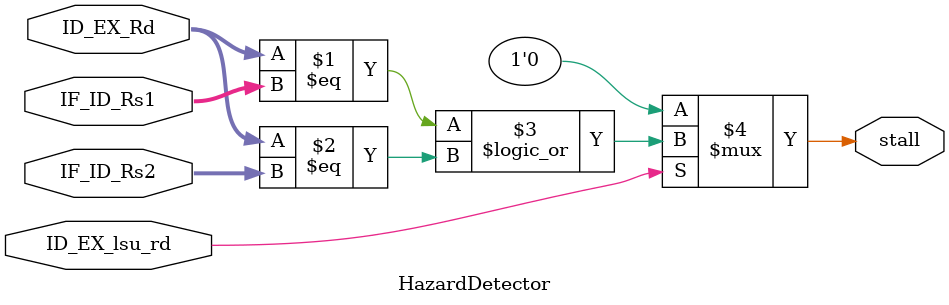
<source format=sv>
module HazardDetector
    (input logic [4:0] IF_ID_Rs1,
     input logic [4:0] IF_ID_Rs2,
     input logic [4:0] ID_EX_Rd,
     input logic ID_EX_lsu_rd,
     output logic stall
    );

    assign stall = (ID_EX_lsu_rd) ? ((ID_EX_Rd == IF_ID_Rs1) || (ID_EX_Rd == IF_ID_Rs2)) : 1'b0;

endmodule

</source>
